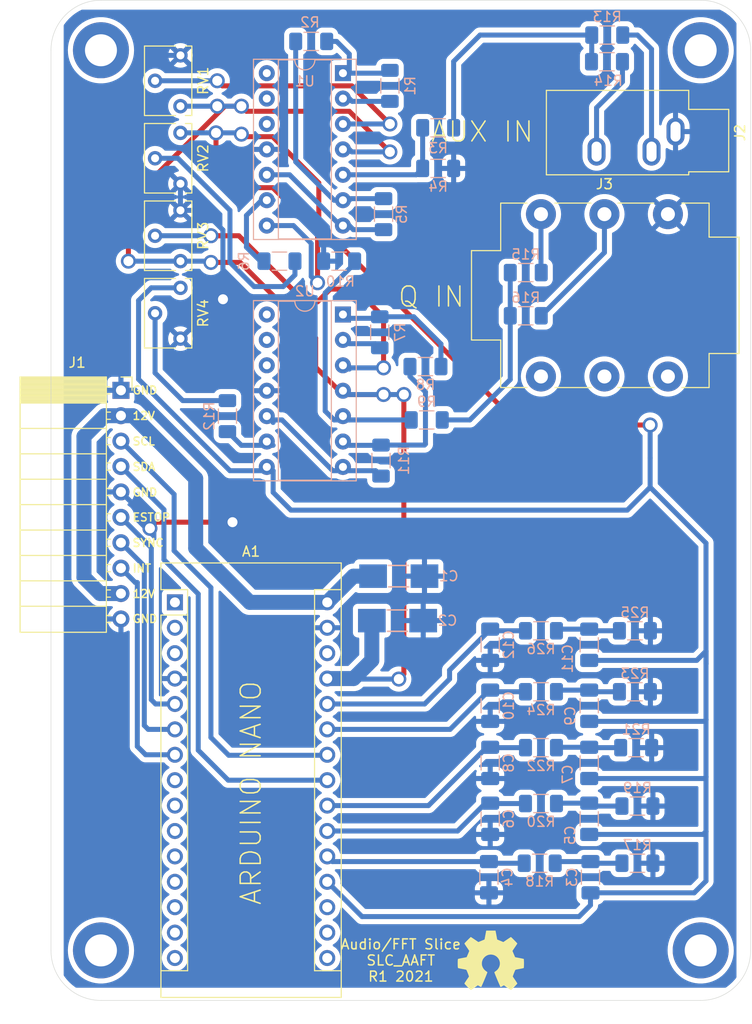
<source format=kicad_pcb>
(kicad_pcb (version 20240108) (generator "pcbnew") (generator_version "8.0")
  (layers (0 "F.Cu" signal) (31 "B.Cu" signal) (34 "B.Paste" user) (35 "F.Paste" user) (36 "B.SilkS" user "B.Silkscreen") (37 "F.SilkS" user "F.Silkscreen") (38 "B.Mask" user) (39 "F.Mask" user) (44 "Edge.Cuts" user))
  (net 0 "")
  (net 1 "Net-(A1-Pad16)")
  (net 2 "Net-(A1-Pad15)")
  (net 3 "GND")
  (net 4 "Net-(A1-Pad13)")
  (net 5 "Net-(A1-Pad28)")
  (net 6 "Net-(A1-Pad12)")
  (net 7 "+5V")
  (net 8 "Net-(A1-Pad11)")
  (net 9 "Net-(A1-Pad10)")
  (net 10 "Net-(A1-Pad9)")
  (net 11 "/I2C_CLK")
  (net 12 "Net-(A1-Pad8)")
  (net 13 "/I2C_DAT")
  (net 14 "/SYNC")
  (net 15 "/E_STOP")
  (net 16 "Net-(A1-Pad3)")
  (net 17 "Net-(A1-Pad18)")
  (net 18 "Net-(A1-Pad2)")
  (net 19 "Net-(A1-Pad17)")
  (net 20 "Net-(A1-Pad1)")
  (net 21 "+12V")
  (net 22 "/INT")
  (net 23 "/LOW")
  (net 24 "/LOW_MID")
  (net 25 "/MID")
  (net 26 "/HIGH_MID")
  (net 27 "/HIGH")
  (net 28 "/SIG_SEL")
  (net 29 "Net-(C3-Pad1)")
  (net 30 "Net-(C5-Pad1)")
  (net 31 "Net-(C7-Pad1)")
  (net 32 "Net-(C9-Pad1)")
  (net 33 "Net-(C11-Pad1)")
  (net 34 "Net-(J2-PadT)")
  (net 35 "Net-(J2-PadR)")
  (net 36 "Net-(J3-PadT)")
  (net 37 "Net-(J3-PadR)")
  (net 38 "Net-(R1-Pad2)")
  (net 39 "Net-(R1-Pad1)")
  (net 40 "Net-(R2-Pad1)")
  (net 41 "Net-(R3-Pad2)")
  (net 42 "/AUX_IN")
  (net 43 "Net-(R5-Pad1)")
  (net 44 "Net-(R6-Pad2)")
  (net 45 "Net-(R6-Pad1)")
  (net 46 "Net-(R7-Pad2)")
  (net 47 "Net-(R7-Pad1)")
  (net 48 "Net-(R11-Pad2)")
  (net 49 "Net-(R10-Pad1)")
  (net 50 "/Q_IN")
  (net 51 "Net-(R11-Pad1)")
  (net 52 "Net-(R12-Pad2)")
  (net 53 "Net-(R12-Pad1)")
  (net 54 "Net-(RV1-Pad2)")
  (net 55 "/AUX_SW")
  (net 56 "Net-(RV3-Pad2)")
  (footprint "MountingHole:MountingHole_3.2mm_M3_DIN965_Pad" (layer "F.Cu") (at 127.6 44.8)
    (property "Reference" "H1" (hide yes))
    (property "Value" "MountingHole")
  )
  (footprint "MountingHole:MountingHole_3.2mm_M3_DIN965_Pad" (layer "F.Cu") (at 187.6 44.8)
    (property "Reference" "H2" (hide yes))
    (property "Value" "MountingHole")
  )
  (footprint "MountingHole:MountingHole_3.2mm_M3_DIN965_Pad" (layer "F.Cu") (at 127.6 134.8)
    (property "Reference" "H3" (hide yes))
    (property "Value" "MountingHole")
  )
  (footprint "MountingHole:MountingHole_3.2mm_M3_DIN965_Pad" (layer "F.Cu") (at 187.6 134.8)
    (property "Reference" "H4" (hide yes))
    (property "Value" "MountingHole")
  )
  (footprint "Module:Arduino_Nano" (layer "F.Cu") (at 135 100)
    (property "Reference" "A1")
    (property "Value" "Arduino_Nano_v3.x")
  )
  (footprint "Connector_PinSocket_2.54mm:PinSocket_1x10_P2.54mm_Horizontal" (layer "F.Cu") (at 129.6 78.8)
    (property "Reference" "J1")
    (property "Value" "Conn_01x10_Female")
  )
  (footprint "Symbol:OSHW-Symbol_6.7x6mm_SilkScreen" (layer "F.Cu") (at 166.6 135.8)
    (property "Reference" "Logo1" (hide yes))
    (property "Value" "Logo_Open_Hardware_Small" (hide yes))
  )
  (footprint "Connector_Audio:Jack_6.35mm_Neutrik_NMJ6HCD2_Horizontal" (layer "F.Cu") (at 171.622 61.187)
    (property "Reference" "J3")
    (property "Value" "Q_Inch")
  )
  (footprint "Potentiometer_THT:Potentiometer_Bourns_3266W_Vertical" (layer "F.Cu") (at 135.554 50.392 -90)
    (property "Reference" "RV1")
    (property "Value" "10k")
  )
  (footprint "Potentiometer_THT:Potentiometer_Bourns_3266W_Vertical" (layer "F.Cu") (at 135.554 58.139 -90)
    (property "Reference" "RV2")
    (property "Value" "10k")
  )
  (footprint "Potentiometer_THT:Potentiometer_Bourns_3266W_Vertical" (layer "F.Cu") (at 135.554 65.886 -90)
    (property "Reference" "RV3")
    (property "Value" "10k")
  )
  (footprint "Potentiometer_THT:Potentiometer_Bourns_3266W_Vertical" (layer "F.Cu") (at 135.554 73.633 -90)
    (property "Reference" "RV4")
    (property "Value" "10k")
  )
  (footprint "Connector_Audio:Jack_3.5mm_CUI_SJ1-3533NG_Horizontal" (layer "F.Cu") (at 185.084 52.932 -90)
    (property "Reference" "J2")
    (property "Value" "Aux")
  )
  (footprint "OCI_UPL_FOOTPRINTS:C_2312" (layer "B.Cu") (at 157.271 101.827)
    (property "Reference" "C2")
    (property "Value" "10uF_t")
  )
  (footprint "OCI_UPL_FOOTPRINTS:C_2312" (layer "B.Cu") (at 157.398 97.382)
    (property "Reference" "C1")
    (property "Value" "10uF_t")
  )
  (footprint "Capacitor_SMD:C_1206_3216Metric_Pad1.33x1.80mm_HandSolder" (layer "B.Cu") (at 176.575 127.481 -90)
    (property "Reference" "C3")
    (property "Value" "10 uF")
  )
  (footprint "Capacitor_SMD:C_1206_3216Metric_Pad1.33x1.80mm_HandSolder" (layer "B.Cu") (at 166.415 127.481 90)
    (property "Reference" "C4")
    (property "Value" "0.1 uF")
  )
  (footprint "Capacitor_SMD:C_1206_3216Metric_Pad1.33x1.80mm_HandSolder" (layer "B.Cu") (at 176.448 121.639 -90)
    (property "Reference" "C5")
    (property "Value" "0.1 uF")
  )
  (footprint "Capacitor_SMD:C_1206_3216Metric_Pad1.33x1.80mm_HandSolder" (layer "B.Cu") (at 166.542 121.639 90)
    (property "Reference" "C6")
    (property "Value" "0.1 uF")
  )
  (footprint "Capacitor_SMD:C_1206_3216Metric_Pad1.33x1.80mm_HandSolder" (layer "B.Cu") (at 176.448 116.051 -90)
    (property "Reference" "C7")
    (property "Value" "0.1 uF")
  )
  (footprint "Capacitor_SMD:C_1206_3216Metric_Pad1.33x1.80mm_HandSolder" (layer "B.Cu") (at 166.542 116.051 90)
    (property "Reference" "C8")
    (property "Value" "0.1 uF")
  )
  (footprint "Capacitor_SMD:C_1206_3216Metric_Pad1.33x1.80mm_HandSolder" (layer "B.Cu") (at 176.448 110.336 -90)
    (property "Reference" "C9")
    (property "Value" "0.1 uF")
  )
  (footprint "Capacitor_SMD:C_1206_3216Metric_Pad1.33x1.80mm_HandSolder" (layer "B.Cu") (at 166.542 110.336 90)
    (property "Reference" "C10")
    (property "Value" "0.1 uF")
  )
  (footprint "Capacitor_SMD:C_1206_3216Metric_Pad1.33x1.80mm_HandSolder" (layer "B.Cu") (at 176.448 104.24 -90)
    (property "Reference" "C11")
    (property "Value" "0.1 uF")
  )
  (footprint "Capacitor_SMD:C_1206_3216Metric_Pad1.33x1.80mm_HandSolder" (layer "B.Cu") (at 166.542 104.24 90)
    (property "Reference" "C12")
    (property "Value" "0.1 uF")
  )
  (footprint "Resistor_SMD:R_1206_3216Metric_Pad1.30x1.75mm_HandSolder" (layer "B.Cu") (at 156.509 48.36 -90)
    (property "Reference" "R1")
    (property "Value" "1k")
  )
  (footprint "Resistor_SMD:R_1206_3216Metric_Pad1.30x1.75mm_HandSolder" (layer "B.Cu") (at 148.635 43.915)
    (property "Reference" "R2")
    (property "Value" "1k")
  )
  (footprint "Resistor_SMD:R_1206_3216Metric_Pad1.30x1.75mm_HandSolder" (layer "B.Cu") (at 161.335 52.551 180)
    (property "Reference" "R3")
    (property "Value" "1k")
  )
  (footprint "Resistor_SMD:R_1206_3216Metric_Pad1.30x1.75mm_HandSolder" (layer "B.Cu") (at 161.335 56.615)
    (property "Reference" "R4")
    (property "Value" "1k")
  )
  (footprint "Resistor_SMD:R_1206_3216Metric_Pad1.30x1.75mm_HandSolder" (layer "B.Cu") (at 155.874 61.187 90)
    (property "Reference" "R5")
    (property "Value" "1k")
  )
  (footprint "Resistor_SMD:R_1206_3216Metric_Pad1.30x1.75mm_HandSolder" (layer "B.Cu") (at 145.46 65.886 180)
    (property "Reference" "R6")
    (property "Value" "1k")
  )
  (footprint "Resistor_SMD:R_1206_3216Metric_Pad1.30x1.75mm_HandSolder" (layer "B.Cu") (at 155.493 72.998 -90)
    (property "Reference" "R7")
    (property "Value" "1k")
  )
  (footprint "Resistor_SMD:R_1206_3216Metric_Pad1.30x1.75mm_HandSolder" (layer "B.Cu") (at 160.065 76.427)
    (property "Reference" "R8")
    (property "Value" "1k")
  )
  (footprint "Resistor_SMD:R_1206_3216Metric_Pad1.30x1.75mm_HandSolder" (layer "B.Cu") (at 160.192 81.761 180)
    (property "Reference" "R9")
    (property "Value" "1k")
  )
  (footprint "Resistor_SMD:R_1206_3216Metric_Pad1.30x1.75mm_HandSolder" (layer "B.Cu") (at 151.429 65.886 180)
    (property "Reference" "R10")
    (property "Value" "1k")
  )
  (footprint "Resistor_SMD:R_1206_3216Metric_Pad1.30x1.75mm_HandSolder" (layer "B.Cu") (at 155.62 85.825 90)
    (property "Reference" "R11")
    (property "Value" "1k")
  )
  (footprint "Resistor_SMD:R_1206_3216Metric_Pad1.30x1.75mm_HandSolder" (layer "B.Cu") (at 140.253 81.38 -90)
    (property "Reference" "R12")
    (property "Value" "1k")
  )
  (footprint "Resistor_SMD:R_1206_3216Metric_Pad1.30x1.75mm_HandSolder" (layer "B.Cu") (at 178.252 43.28 180)
    (property "Reference" "R13")
    (property "Value" "500")
  )
  (footprint "Resistor_SMD:R_1206_3216Metric_Pad1.30x1.75mm_HandSolder" (layer "B.Cu") (at 178.226 45.947 180)
    (property "Reference" "R14")
    (property "Value" "500")
  )
  (footprint "Resistor_SMD:R_1206_3216Metric_Pad1.30x1.75mm_HandSolder" (layer "B.Cu") (at 170.098 67.029 180)
    (property "Reference" "R15")
    (property "Value" "500")
  )
  (footprint "Resistor_SMD:R_1206_3216Metric_Pad1.30x1.75mm_HandSolder" (layer "B.Cu") (at 170.098 71.347 180)
    (property "Reference" "R16")
    (property "Value" "500")
  )
  (footprint "Resistor_SMD:R_1206_3216Metric_Pad1.30x1.75mm_HandSolder" (layer "B.Cu") (at 181.274 126.084 180)
    (property "Reference" "R17")
    (property "Value" "400")
  )
  (footprint "Resistor_SMD:R_1206_3216Metric_Pad1.30x1.75mm_HandSolder" (layer "B.Cu") (at 171.495 126.084)
    (property "Reference" "R18")
    (property "Value" "1.8 k")
  )
  (footprint "Resistor_SMD:R_1206_3216Metric_Pad1.30x1.75mm_HandSolder" (layer "B.Cu") (at 181.274 120.369 180)
    (property "Reference" "R19")
    (property "Value" "1.8 k")
  )
  (footprint "Resistor_SMD:R_1206_3216Metric_Pad1.30x1.75mm_HandSolder" (layer "B.Cu") (at 171.622 120.115)
    (property "Reference" "R20")
    (property "Value" "900")
  )
  (footprint "Resistor_SMD:R_1206_3216Metric_Pad1.30x1.75mm_HandSolder" (layer "B.Cu") (at 181.147 114.527 180)
    (property "Reference" "R21")
    (property "Value" "900")
  )
  (footprint "Resistor_SMD:R_1206_3216Metric_Pad1.30x1.75mm_HandSolder" (layer "B.Cu") (at 171.622 114.527)
    (property "Reference" "R22")
    (property "Value" "600")
  )
  (footprint "Resistor_SMD:R_1206_3216Metric_Pad1.30x1.75mm_HandSolder" (layer "B.Cu") (at 181.02 108.939 180)
    (property "Reference" "R23")
    (property "Value" "600")
  )
  (footprint "Resistor_SMD:R_1206_3216Metric_Pad1.30x1.75mm_HandSolder" (layer "B.Cu") (at 171.622 108.939)
    (property "Reference" "R24")
    (property "Value" "450")
  )
  (footprint "Resistor_SMD:R_1206_3216Metric_Pad1.30x1.75mm_HandSolder" (layer "B.Cu") (at 181.02 102.843 180)
    (property "Reference" "R25")
    (property "Value" "450")
  )
  (footprint "Resistor_SMD:R_1206_3216Metric_Pad1.30x1.75mm_HandSolder" (layer "B.Cu") (at 171.622 102.843)
    (property "Reference" "R26")
    (property "Value" "360")
  )
  (footprint "Package_DIP:DIP-14_W7.62mm_Socket" (layer "B.Cu") (at 151.81 47.09 180)
    (property "Reference" "U1")
    (property "Value" "MCP6004")
  )
  (footprint "Package_DIP:DIP-14_W7.62mm_Socket" (layer "B.Cu") (at 151.81 71.22 180)
    (property "Reference" "U2")
    (property "Value" "MCP6004")
  )
  (gr_line (start 192.6 44.8) (end 192.6 134.8) (stroke (width 0.05)) (layer "Edge.Cuts"))
  (gr_arc (start 122.6 44.8) (mid 124.064466 41.264466) (end 127.6 39.8) (stroke (width 0.05)) (layer "Edge.Cuts"))
  (gr_arc (start 127.6 139.8) (mid 124.064466 138.335534) (end 122.6 134.8) (stroke (width 0.05)) (layer "Edge.Cuts"))
  (gr_arc (start 187.6 39.8) (mid 191.135534 41.264466) (end 192.6 44.8) (stroke (width 0.05)) (layer "Edge.Cuts"))
  (gr_line (start 127.6 39.8) (end 187.6 39.8) (stroke (width 0.05)) (layer "Edge.Cuts"))
  (gr_arc (start 192.6 134.8) (mid 191.135534 138.335534) (end 187.6 139.8) (stroke (width 0.05)) (layer "Edge.Cuts"))
  (gr_line (start 127.6 139.8) (end 187.6 139.8) (stroke (width 0.05)) (layer "Edge.Cuts"))
  (gr_line (start 122.6 134.8) (end 122.6 44.8) (stroke (width 0.05)) (layer "Edge.Cuts"))
  (gr_text "SCL" (at 131.885715 83.9 0) (layer "F.SilkS") (effects (font (size 0.8 0.8))))
  (gr_text "Audio/FFT Slice\nSLC_AAFT\nR1 2021" (at 157.599999 135.8 0) (layer "F.SilkS") (effects (font (size 1 1))))
  (gr_text "GND" (at 132 89 0) (layer "F.SilkS") (effects (font (size 0.8 0.8))))
  (gr_text "ESTOP" (at 132.647619 91.5 0) (layer "F.SilkS") (effects (font (size 0.8 0.8))))
  (gr_text "12V" (at 131.885715 81.35 0) (layer "F.SilkS") (effects (font (size 0.8 0.8))))
  (gr_text "INT" (at 131.695238 96.6 0) (layer "F.SilkS") (effects (font (size 0.8 0.8))))
  (gr_text "SYNC" (at 132.32381 94.05 0) (layer "F.SilkS") (effects (font (size 0.8 0.8))))
  (gr_text "Q IN" (at 160.65 69.45 0) (layer "F.SilkS") (effects (font (size 2 2))))
  (gr_text "GND" (at 132 101.65 0) (layer "F.SilkS") (effects (font (size 0.8 0.8))))
  (gr_text "AUX IN" (at 165.75 52.95 0) (layer "F.SilkS") (effects (font (size 2 2))))
  (gr_text "12V" (at 131.885715 99.15 0) (layer "F.SilkS") (effects (font (size 0.8 0.8))))
  (gr_text "ARDUINO NANO" (at 142.61 119.05 90) (layer "F.SilkS") (effects (font (size 2 2))))
  (gr_text "SDA" (at 131.904762 86.45 0) (layer "F.SilkS") (effects (font (size 0.8 0.8))))
  (gr_text "GND" (at 132 78.8 0) (layer "F.SilkS") (effects (font (size 0.8 0.8))))
  (segment (start 133.1155 91.9845) (end 140.761 91.9845) (width 0.5) (layer "F.Cu") (net 3))
  (segment (start 132.5 92.6) (end 133.1155 91.9845) (width 0.5) (layer "F.Cu") (net 3))
  (via (at 132.5 92.6) (size 1.5) (drill 1) (layers "F.Cu" "B.Cu") (net 3))
  (via (at 139.8085 69.696) (size 1.5) (drill 1) (layers "F.Cu" "B.Cu") (net 3))
  (via (at 140.761 91.9845) (size 1.5) (drill 1) (layers "F.Cu" "B.Cu") (net 3))
  (segment (start 130.95 78.8) (end 140.761 88.611) (width 0.5) (layer "B.Cu") (net 3))
  (segment (start 137.838002 60.806) (end 139.802001 62.769999) (width 0.5) (layer "B.Cu") (net 3))
  (segment (start 135.554 60.806) (end 137.838002 60.806) (width 0.5) (layer "B.Cu") (net 3))
  (segment (start 139.802001 69.689501) (end 139.8085 69.696) (width 0.5) (layer "B.Cu") (net 3))
  (segment (start 132.379 45.312) (end 135.554 45.312) (width 0.5) (layer "B.Cu") (net 3))
  (segment (start 130.728 46.963) (end 132.379 45.312) (width 0.5) (layer "B.Cu") (net 3))
  (segment (start 132.5 91.86) (end 129.6 88.96) (width 0.5) (layer "B.Cu") (net 3))
  (segment (start 135.554 60.806) (end 135.554 58.139) (width 0.5) (layer "B.Cu") (net 3))
  (segment (start 130.728 55.98) (end 130.728 46.963) (width 0.5) (layer "B.Cu") (net 3))
  (segment (start 139.802001 62.769999) (end 139.802001 69.689501) (width 0.5) (layer "B.Cu") (net 3))
  (segment (start 129.6 78.8) (end 130.95 78.8) (width 0.5) (layer "B.Cu") (net 3))
  (segment (start 135.554 60.806) (end 130.728 55.98) (width 0.5) (layer "B.Cu") (net 3))
  (segment (start 140.761 88.611) (end 140.761 91.9845) (width 0.5) (layer "B.Cu") (net 3))
  (segment (start 132.5 92.6) (end 132.5 91.86) (width 0.5) (layer "B.Cu") (net 3))
  (segment (start 157.906 79.221) (end 157.906 107.161) (width 0.5) (layer "F.Cu") (net 7))
  (segment (start 141.523 66.013) (end 149.0795 73.5695) (width 0.5) (layer "F.Cu") (net 7))
  (segment (start 141.65 50.392) (end 142.158 50.9) (width 0.5) (layer "F.Cu") (net 7))
  (segment (start 142.158 50.9) (end 152.445 50.9) (width 0.5) (layer "F.Cu") (net 7))
  (segment (start 149.0795 73.5695) (end 149.0795 76.4905) (width 0.5) (layer "F.Cu") (net 7))
  (segment (start 139.237 50.392) (end 141.65 50.392) (width 0.5) (layer "F.Cu") (net 7))
  (segment (start 152.445 50.9) (end 152.7625 51.2175) (width 0.5) (layer "F.Cu") (net 7))
  (segment (start 157.906 107.161) (end 157.398 107.669) (width 0.5) (layer "F.Cu") (net 7))
  (segment (start 149.0795 76.4905) (end 151.81 79.221) (width 0.5) (layer "F.Cu") (net 7))
  (segment (start 140.000998 50.392) (end 130.347 60.045998) (width 0.5) (layer "F.Cu") (net 7))
  (segment (start 152.7625 51.2175) (end 156.509 54.964) (width 0.5) (layer "F.Cu") (net 7))
  (segment (start 141.65 50.392) (end 140.000998 50.392) (width 0.5) (layer "F.Cu") (net 7))
  (segment (start 151.81 79.221) (end 155.874 79.221) (width 0.5) (layer "F.Cu") (net 7))
  (segment (start 130.347 60.045998) (end 130.347 65.886) (width 0.5) (layer "F.Cu") (net 7))
  (segment (start 138.602 66.013) (end 141.523 66.013) (width 0.5) (layer "F.Cu") (net 7))
  (via (at 130.347 65.886) (size 1.5) (drill 1) (layers "F.Cu" "B.Cu") (net 7))
  (via (at 141.65 50.392) (size 1.5) (drill 1) (layers "F.Cu" "B.Cu") (net 7))
  (via (at 138.602 66.013) (size 1.5) (drill 1) (layers "F.Cu" "B.Cu") (net 7))
  (via (at 155.874 79.221) (size 1.5) (drill 1) (layers "F.Cu" "B.Cu") (net 7))
  (via (at 157.906 79.221) (size 1.5) (drill 1) (layers "F.Cu" "B.Cu") (net 7))
  (via (at 139.237 50.392) (size 1.5) (drill 1) (layers "F.Cu" "B.Cu") (net 7))
  (via (at 157.398 107.669) (size 1.5) (drill 1) (layers "F.Cu" "B.Cu") (net 7))
  (via (at 156.509 54.964) (size 1.5) (drill 1) (layers "F.Cu" "B.Cu") (net 7))
  (segment (start 155.874 79.221) (end 152.445 79.221) (width 0.5) (layer "B.Cu") (net 7))
  (segment (start 157.398 107.669) (end 152.924 107.669) (width 0.5) (layer "B.Cu") (net 7))
  (segment (start 152.699 54.964) (end 152.445 54.71) (width 0.5) (layer "B.Cu") (net 7))
  (segment (start 139.237 50.392) (end 141.65 50.392) (width 0.5) (layer "B.Cu") (net 7))
  (segment (start 135.554 65.886) (end 138.475 65.886) (width 0.5) (layer "B.Cu") (net 7))
  (segment (start 152.924 107.669) (end 152.875 107.62) (width 0.5) (layer "B.Cu") (net 7))
  (segment (start 155.874 79.221) (end 157.906 79.221) (width 0.5) (layer "B.Cu") (net 7))
  (segment (start 138.475 65.886) (end 138.602 66.013) (width 0.5) (layer "B.Cu") (net 7))
  (segment (start 154.701 101.827) (end 154.701 105.794) (width 1.5) (layer "B.Cu") (net 7))
  (segment (start 130.347 65.886) (end 135.554 65.886) (width 0.5) (layer "B.Cu") (net 7))
  (segment (start 154.701 105.794) (end 152.875 107.62) (width 1.5) (layer "B.Cu") (net 7))
  (segment (start 152.875 107.62) (end 150.24 107.62) (width 1.5) (layer "B.Cu") (net 7))
  (segment (start 135.554 50.392) (end 139.237 50.392) (width 0.5) (layer "B.Cu") (net 7))
  (segment (start 156.509 54.964) (end 152.699 54.964) (width 0.5) (layer "B.Cu") (net 7))
  (segment (start 138.602 113.511) (end 140.38 115.289) (width 0.5) (layer "B.Cu") (net 11))
  (segment (start 129.6 83.88) (end 134.919 89.199) (width 0.5) (layer "B.Cu") (net 11))
  (segment (start 140.38 115.289) (end 150.191 115.289) (width 0.5) (layer "B.Cu") (net 11))
  (segment (start 138.602 98.525) (end 138.602 113.511) (width 0.5) (layer "B.Cu") (net 11))
  (segment (start 150.191 115.289) (end 150.24 115.24) (width 0.5) (layer "B.Cu") (net 11))
  (segment (start 134.919 89.199) (end 134.919 94.842) (width 0.5) (layer "B.Cu") (net 11))
  (segment (start 134.919 94.842) (end 138.602 98.525) (width 0.5) (layer "B.Cu") (net 11))
  (segment (start 137.332 99.16) (end 137.332 114.781) (width 0.5) (layer "B.Cu") (net 13))
  (segment (start 133.903 95.731) (end 137.332 99.16) (width 0.5) (layer "B.Cu") (net 13))
  (segment (start 129.6 86.42) (end 133.903 90.723) (width 0.5) (layer "B.Cu") (net 13))
  (segment (start 137.332 114.781) (end 140.331 117.78) (width 0.5) (layer "B.Cu") (net 13))
  (segment (start 133.903 90.723) (end 133.903 95.731) (width 0.5) (layer "B.Cu") (net 13))
  (segment (start 140.331 117.78) (end 150.24 117.78) (width 0.5) (layer "B.Cu") (net 13))
  (segment (start 132.076 115.24) (end 131.236 114.4) (width 0.5) (layer "B.Cu") (net 14))
  (segment (start 135 115.24) (end 132.076 115.24) (width 0.5) (layer "B.Cu") (net 14))
  (segment (start 131.236 98.017) (end 131.037 98.017) (width 0.5) (layer "B.Cu") (net 14))
  (segment (start 131.236 114.4) (end 131.236 98.017) (width 0.5) (layer "B.Cu") (net 14))
  (segment (start 131.037 98.017) (end 129.6 96.58) (width 0.5) (layer "B.Cu") (net 14))
  (segment (start 132.63602 109.73302) (end 132.63602 94.53602) (width 0.5) (layer "B.Cu") (net 15))
  (segment (start 135 110.16) (end 133.063 110.16) (width 0.5) (layer "B.Cu") (net 15))
  (segment (start 133.063 110.16) (end 132.63602 109.73302) (width 0.5) (layer "B.Cu") (net 15))
  (segment (start 132.63602 94.53602) (end 129.6 91.5) (width 0.5) (layer "B.Cu") (net 15))
  (segment (start 125.902 97.509) (end 125.902 83.412) (width 1.5) (layer "B.Cu") (net 21))
  (segment (start 129.6 81.34) (end 130.802081 81.34) (width 1.5) (layer "B.Cu") (net 21))
  (segment (start 154.828 97.382) (end 152.858 97.382) (width 1.5) (layer "B.Cu") (net 21))
  (segment (start 137.078 94.588) (end 142.49 100) (width 1.5) (layer "B.Cu") (net 21))
  (segment (start 125.902 83.412) (end 127.974 81.34) (width 1.5) (layer "B.Cu") (net 21))
  (segment (start 142.49 100) (end 150.24 100) (width 1.5) (layer "B.Cu") (net 21))
  (segment (start 127.974 81.34) (end 129.6 81.34) (width 1.5) (layer "B.Cu") (net 21))
  (segment (start 127.513 99.12) (end 125.902 97.509) (width 1.5) (layer "B.Cu") (net 21))
  (segment (start 129.6 99.12) (end 127.513 99.12) (width 1.5) (layer "B.Cu") (net 21))
  (segment (start 137.078 87.615919) (end 137.078 94.588) (width 1.5) (layer "B.Cu") (net 21))
  (segment (start 152.858 97.382) (end 150.24 100) (width 1.5) (layer "B.Cu") (net 21))
  (segment (start 130.802081 81.34) (end 137.078 87.615919) (width 1.5) (layer "B.Cu") (net 21))
  (segment (start 132.33 112.7) (end 131.93601 112.30601) (width 0.5) (layer "B.Cu") (net 22))
  (segment (start 131.93601 112.30601) (end 131.93601 96.37601) (width 0.5) (layer "B.Cu") (net 22))
  (segment (start 131.93601 96.37601) (end 129.6 94.04) (width 0.5) (layer "B.Cu") (net 22))
  (segment (start 135 112.7) (end 132.33 112.7) (width 0.5) (layer "B.Cu") (net 22))
  (segment (start 166.415 125.9185) (end 150.7585 125.9185) (width 0.5) (layer "B.Cu") (net 23))
  (segment (start 150.7585 125.9185) (end 150.24 125.4) (width 0.5) (layer "B.Cu") (net 23))
  (segment (start 169.945 126.084) (end 166.5805 126.084) (width 0.5) (layer "B.Cu") (net 23))
  (segment (start 166.5805 126.084) (end 166.415 125.9185) (width 0.5) (layer "B.Cu") (net 23))
  (segment (start 166.542 120.0765) (end 166.0725 120.0765) (width 0.5) (layer "B.Cu") (net 24))
  (segment (start 166.5805 120.115) (end 166.542 120.0765) (width 0.5) (layer "B.Cu") (net 24))
  (segment (start 166.0725 120.0765) (end 163.289 122.86) (width 0.5) (layer "B.Cu") (net 24))
  (segment (start 170.072 120.115) (end 166.5805 120.115) (width 0.5) (layer "B.Cu") (net 24))
  (segment (start 163.289 122.86) (end 150.24 122.86) (width 0.5) (layer "B.Cu") (net 24))
  (segment (start 166.5805 114.527) (end 166.542 114.4885) (width 0.5) (layer "B.Cu") (net 25))
  (segment (start 160.368 120.32) (end 150.24 120.32) (width 0.5) (layer "B.Cu") (net 25))
  (segment (start 166.542 114.4885) (end 166.1995 114.4885) (width 0.5) (layer "B.Cu") (net 25))
  (segment (start 170.072 114.527) (end 166.5805 114.527) (width 0.5) (layer "B.Cu") (net 25))
  (segment (start 166.1995 114.4885) (end 160.368 120.32) (width 0.5) (layer "B.Cu") (net 25))
  (segment (start 162.527 112.7) (end 150.24 112.7) (width 0.5) (layer "B.Cu") (net 26))
  (segment (start 166.542 108.7735) (end 166.4535 108.7735) (width 0.5) (layer "B.Cu") (net 26))
  (segment (start 170.072 108.939) (end 166.7075 108.939) (width 0.5) (layer "B.Cu") (net 26))
  (segment (start 166.7075 108.939) (end 166.542 108.7735) (width 0.5) (layer "B.Cu") (net 26))
  (segment (start 166.4535 108.7735) (end 162.527 112.7) (width 0.5) (layer "B.Cu") (net 26))
  (segment (start 166.7075 102.843) (end 166.542 102.6775) (width 0.5) (layer "B.Cu") (net 27))
  (segment (start 166.542 102.716) (end 162.478 106.78) (width 0.5) (layer "B.Cu") (net 27))
  (segment (start 166.542 102.6775) (end 166.542 102.716) (width 0.5) (layer "B.Cu") (net 27))
  (segment (start 159.987 110.16) (end 150.24 110.16) (width 0.5) (layer "B.Cu") (net 27))
  (segment (start 170.072 102.843) (end 166.7075 102.843) (width 0.5) (layer "B.Cu") (net 27))
  (segment (start 162.478 107.669) (end 159.987 110.16) (width 0.5) (layer "B.Cu") (net 27))
  (segment (start 162.478 106.78) (end 162.478 107.669) (width 0.5) (layer "B.Cu") (net 27))
  (segment (start 176.7405 126.084) (end 176.575 125.9185) (width 0.5) (layer "B.Cu") (net 29))
  (segment (start 179.724 126.084) (end 176.7405 126.084) (width 0.5) (layer "B.Cu") (net 29))
  (segment (start 173.2105 125.9185) (end 173.045 126.084) (width 0.5) (layer "B.Cu") (net 29))
  (segment (start 176.575 125.9185) (end 173.2105 125.9185) (width 0.5) (layer "B.Cu") (net 29))
  (segment (start 176.7405 120.369) (end 176.448 120.0765) (width 0.5) (layer "B.Cu") (net 30))
  (segment (start 179.724 120.369) (end 176.7405 120.369) (width 0.5) (layer "B.Cu") (net 30))
  (segment (start 176.448 120.0765) (end 173.2105 120.0765) (width 0.5) (layer "B.Cu") (net 30))
  (segment (start 173.2105 120.0765) (end 173.172 120.115) (width 0.5) (layer "B.Cu") (net 30))
  (segment (start 176.448 114.4885) (end 173.2105 114.4885) (width 0.5) (layer "B.Cu") (net 31))
  (segment (start 176.4865 114.527) (end 176.448 114.4885) (width 0.5) (layer "B.Cu") (net 31))
  (segment (start 173.2105 114.4885) (end 173.172 114.527) (width 0.5) (layer "B.Cu") (net 31))
  (segment (start 179.597 114.527) (end 176.4865 114.527) (width 0.5) (layer "B.Cu") (net 31))
  (segment (start 173.3375 108.7735) (end 173.172 108.939) (width 0.5) (layer "B.Cu") (net 32))
  (segment (start 179.47 108.939) (end 176.6135 108.939) (width 0.5) (layer "B.Cu") (net 32))
  (segment (start 176.6135 108.939) (end 176.448 108.7735) (width 0.5) (layer "B.Cu") (net 32))
  (segment (start 176.448 108.7735) (end 173.3375 108.7735) (width 0.5) (layer "B.Cu") (net 32))
  (segment (start 176.448 102.6775) (end 173.3375 102.6775) (width 0.5) (layer "B.Cu") (net 33))
  (segment (start 176.6135 102.843) (end 176.448 102.6775) (width 0.5) (layer "B.Cu") (net 33))
  (segment (start 173.3375 102.6775) (end 173.172 102.843) (width 0.5) (layer "B.Cu") (net 33))
  (segment (start 179.47 102.843) (end 176.6135 102.843) (width 0.5) (layer "B.Cu") (net 33))
  (segment (start 182.684 54.932) (end 182.684 44.69) (width 0.5) (layer "B.Cu") (net 34))
  (segment (start 181.274 43.28) (end 179.802 43.28) (width 0.5) (layer "B.Cu") (net 34))
  (segment (start 182.684 44.69) (end 181.274 43.28) (width 0.5) (layer "B.Cu") (net 34))
  (segment (start 179.776 47.953) (end 179.776 45.947) (width 0.5) (layer "B.Cu") (net 35))
  (segment (start 177.184 50.545) (end 179.776 47.953) (width 0.5) (layer "B.Cu") (net 35))
  (segment (start 177.184 54.932) (end 177.184 50.545) (width 0.5) (layer "B.Cu") (net 35))
  (segment (start 171.622 67.003) (end 171.648 67.029) (width 0.5) (layer "B.Cu") (net 36))
  (segment (start 171.622 61.187) (end 171.622 67.003) (width 0.5) (layer "B.Cu") (net 36))
  (segment (start 177.972 61.187) (end 177.972 65.023) (width 0.5) (layer "B.Cu") (net 37))
  (segment (start 177.972 65.023) (end 171.648 71.347) (width 0.5) (layer "B.Cu") (net 37))
  (segment (start 156.509 49.91) (end 152.725 49.91) (width 0.5) (layer "B.Cu") (net 38))
  (segment (start 152.725 49.91) (end 152.445 49.63) (width 0.5) (layer "B.Cu") (net 38))
  (segment (start 151.175 43.915) (end 152.445 45.185) (width 0.5) (layer "B.Cu") (net 39))
  (segment (start 152.445 45.185) (end 152.445 47.09) (width 0.5) (layer "B.Cu") (net 39))
  (segment (start 150.185 43.915) (end 151.175 43.915) (width 0.5) (layer "B.Cu") (net 39))
  (segment (start 152.445 47.09) (end 156.229 47.09) (width 0.5) (layer "B.Cu") (net 39))
  (segment (start 156.229 47.09) (end 156.509 46.81) (width 0.5) (layer "B.Cu") (net 39))
  (segment (start 147.085 43.915) (end 147.085 55.954) (width 0.5) (layer "B.Cu") (net 40))
  (segment (start 155.874 59.637) (end 152.598 59.637) (width 0.5) (layer "B.Cu") (net 40))
  (segment (start 152.598 59.637) (end 152.445 59.79) (width 0.5) (layer "B.Cu") (net 40))
  (segment (start 150.921 59.79) (end 152.445 59.79) (width 0.5) (layer "B.Cu") (net 40))
  (segment (start 147.085 55.954) (end 150.921 59.79) (width 0.5) (layer "B.Cu") (net 40))
  (segment (start 159.15 57.25) (end 159.785 56.615) (width 0.5) (layer "B.Cu") (net 41))
  (segment (start 159.785 56.615) (end 159.785 52.551) (width 0.5) (layer "B.Cu") (net 41))
  (segment (start 152.445 57.25) (end 159.15 57.25) (width 0.5) (layer "B.Cu") (net 41))
  (segment (start 162.885 45.921) (end 165.526 43.28) (width 0.5) (layer "B.Cu") (net 42))
  (segment (start 176.702 43.28) (end 176.702 44.677) (width 0.5) (layer "B.Cu") (net 42))
  (segment (start 165.526 43.28) (end 176.702 43.28) (width 0.5) (layer "B.Cu") (net 42))
  (segment (start 176.702 44.677) (end 176.702 45.921) (width 0.5) (layer "B.Cu") (net 42))
  (segment (start 162.885 52.551) (end 162.885 45.921) (width 0.5) (layer "B.Cu") (net 42))
  (segment (start 176.702 45.921) (end 176.676 45.947) (width 0.5) (layer "B.Cu") (net 42))
  (segment (start 151.556 62.33) (end 146.476 57.25) (width 0.5) (layer "B.Cu") (net 43))
  (segment (start 155.874 62.737) (end 152.852 62.737) (width 0.5) (layer "B.Cu") (net 43))
  (segment (start 146.476 57.25) (end 144.825 57.25) (width 0.5) (layer "B.Cu") (net 43))
  (segment (start 152.852 62.737) (end 152.445 62.33) (width 0.5) (layer "B.Cu") (net 43))
  (segment (start 152.445 62.33) (end 151.556 62.33) (width 0.5) (layer "B.Cu") (net 43))
  (segment (start 142.158 61.314) (end 143.682 59.79) (width 0.5) (layer "B.Cu") (net 44))
  (segment (start 142.158 64.489) (end 142.158 61.314) (width 0.5) (layer "B.Cu") (net 44))
  (segment (start 143.91 65.886) (end 143.91 65.479) (width 0.5) (layer "B.Cu") (net 44))
  (segment (start 143.555 65.886) (end 142.158 64.489) (width 0.5) (layer "B.Cu") (net 44))
  (segment (start 143.682 59.79) (end 144.825 59.79) (width 0.5) (layer "B.Cu") (net 44))
  (segment (start 143.91 65.886) (end 143.555 65.886) (width 0.5) (layer "B.Cu") (net 44))
  (segment (start 142.92 68.426) (end 145.841 68.426) (width 0.5) (layer "B.Cu") (net 45))
  (segment (start 135.3 55.599) (end 140.507 60.806) (width 0.5) (layer "B.Cu") (net 45))
  (segment (start 145.841 68.426) (end 147.01 67.257) (width 0.5) (layer "B.Cu") (net 45))
  (segment (start 140.507 60.806) (end 140.507 66.013) (width 0.5) (layer "B.Cu") (net 45))
  (segment (start 133.014 55.599) (end 135.3 55.599) (width 0.5) (layer "B.Cu") (net 45))
  (segment (start 140.507 66.013) (end 142.92 68.426) (width 0.5) (layer "B.Cu") (net 45))
  (segment (start 147.01 67.257) (end 147.01 65.886) (width 0.5) (layer "B.Cu") (net 45))
  (segment (start 155.086 74.141) (end 155.493 74.548) (width 0.5) (layer "B.Cu") (net 46))
  (segment (start 152.445 74.141) (end 155.086 74.141) (width 0.5) (layer "B.Cu") (net 46))
  (segment (start 161.615 74.167) (end 161.615 76.427) (width 0.5) (layer "B.Cu") (net 47))
  (segment (start 155.493 71.448) (end 158.896 71.448) (width 0.5) (layer "B.Cu") (net 47))
  (segment (start 155.34 71.601) (end 155.493 71.448) (width 0.5) (layer "B.Cu") (net 47))
  (segment (start 158.896 71.448) (end 161.615 74.167) (width 0.5) (layer "B.Cu") (net 47))
  (segment (start 152.445 71.601) (end 155.34 71.601) (width 0.5) (layer "B.Cu") (net 47))
  (segment (start 155.594 84.301) (end 155.62 84.275) (width 0.5) (layer "B.Cu") (net 48))
  (segment (start 158.515 77.417) (end 160.065 78.967) (width 0.5) (layer "B.Cu") (net 48))
  (segment (start 160.065 78.967) (end 160.065 84.174) (width 0.5) (layer "B.Cu") (net 48))
  (segment (start 159.964 84.275) (end 155.62 84.275) (width 0.5) (layer "B.Cu") (net 48))
  (segment (start 152.445 84.301) (end 155.594 84.301) (width 0.5) (layer "B.Cu") (net 48))
  (segment (start 160.065 84.174) (end 159.964 84.275) (width 0.5) (layer "B.Cu") (net 48))
  (segment (start 158.515 76.427) (end 158.515 77.417) (width 0.5) (layer "B.Cu") (net 48))
  (segment (start 150.921 81.761) (end 152.445 81.761) (width 0.5) (layer "B.Cu") (net 49))
  (segment (start 152.979 66.114) (end 150.032 69.061) (width 0.5) (layer "B.Cu") (net 49))
  (segment (start 152.979 65.886) (end 152.979 66.114) (width 0.5) (layer "B.Cu") (net 49))
  (segment (start 150.032 69.061) (end 150.032 80.872) (width 0.5) (layer "B.Cu") (net 49))
  (segment (start 150.032 80.872) (end 150.921 81.761) (width 0.5) (layer "B.Cu") (net 49))
  (segment (start 158.642 81.761) (end 152.445 81.761) (width 0.5) (layer "B.Cu") (net 49))
  (segment (start 168.548 67.029) (end 168.548 71.347) (width 0.5) (layer "B.Cu") (net 50))
  (segment (start 168.548 77.723) (end 168.548 71.347) (width 0.5) (layer "B.Cu") (net 50))
  (segment (start 161.742 81.761) (end 164.51 81.761) (width 0.5) (layer "B.Cu") (net 50))
  (segment (start 164.51 81.761) (end 168.548 77.723) (width 0.5) (layer "B.Cu") (net 50))
  (segment (start 150.794 86.841) (end 152.445 86.841) (width 0.5) (layer "B.Cu") (net 51))
  (segment (start 145.714 81.761) (end 150.794 86.841) (width 0.5) (layer "B.Cu") (net 51))
  (segment (start 144.825 81.761) (end 144.825 82.015) (width 0.5) (layer "B.Cu") (net 51))
  (segment (start 144.825 81.761) (end 145.714 81.761) (width 0.5) (layer "B.Cu") (net 51))
  (segment (start 155.086 86.841) (end 155.62 87.375) (width 0.5) (layer "B.Cu") (net 51))
  (segment (start 152.445 86.841) (end 155.086 86.841) (width 0.5) (layer "B.Cu") (net 51))
  (segment (start 140.279 82.93) (end 141.65 84.301) (width 0.5) (layer "B.Cu") (net 52))
  (segment (start 141.65 84.301) (end 144.825 84.301) (width 0.5) (layer "B.Cu") (net 52))
  (segment (start 140.253 82.93) (end 140.279 82.93) (width 0.5) (layer "B.Cu") (net 52))
  (segment (start 135.782 79.83) (end 140.253 79.83) (width 0.5) (layer "B.Cu") (net 53))
  (segment (start 133.014 71.093) (end 133.014 77.062) (width 0.5) (layer "B.Cu") (net 53))
  (segment (start 133.014 77.062) (end 135.782 79.83) (width 0.5) (layer "B.Cu") (net 53))
  (segment (start 152.8895 48.5505) (end 156.509 52.17) (width 0.5) (layer "F.Cu") (net 54))
  (segment (start 152.699 48.36) (end 152.8895 48.5505) (width 0.5) (layer "F.Cu") (net 54))
  (segment (start 139.237 47.852) (end 139.745 48.36) (width 0.5) (layer "F.Cu") (net 54))
  (segment (start 139.745 48.36) (end 152.699 48.36) (width 0.5) (layer "F.Cu") (net 54))
  (via (at 139.237 47.852) (size 1.5) (drill 1) (layers "F.Cu" "B.Cu") (net 54))
  (via (at 156.509 52.17) (size 1.5) (drill 1) (layers "F.Cu" "B.Cu") (net 54))
  (segment (start 156.509 52.17) (end 152.445 52.17) (width 0.5) (layer "B.Cu") (net 54))
  (segment (start 133.014 47.852) (end 139.237 47.852) (width 0.5) (layer "B.Cu") (net 54))
  (segment (start 144.790001 58.539999) (end 149.27 63.019998) (width 0.5) (layer "F.Cu") (net 55))
  (segment (start 149.27 63.219) (end 149.27 68.045) (width 0.5) (layer "F.Cu") (net 55))
  (segment (start 149.397 62.203) (end 169.463 82.269) (width 0.5) (layer "F.Cu") (net 55))
  (segment (start 141.65 53.186) (end 141.904 53.44) (width 0.5) (layer "F.Cu") (net 55))
  (segment (start 144.770002 53.44) (end 149.397 58.066998) (width 0.5) (layer "F.Cu") (net 55))
  (segment (start 139.11 54.71) (end 142.939999 58.539999) (width 0.5) (layer "F.Cu") (net 55))
  (segment (start 142.939999 58.539999) (end 144.790001 58.539999) (width 0.5) (layer "F.Cu") (net 55))
  (segment (start 141.904 53.44) (end 144.770002 53.44) (width 0.5) (layer "F.Cu") (net 55))
  (segment (start 149.397 58.066998) (end 149.397 62.203) (width 0.5) (layer "F.Cu") (net 55))
  (segment (start 170.733 82.269) (end 182.544 82.269) (width 0.5) (layer "F.Cu") (net 55))
  (segment (start 169.463 82.269) (end 170.733 82.269) (width 0.5) (layer "F.Cu") (net 55))
  (segment (start 149.27 63.019998) (end 149.27 63.219) (width 0.5) (layer "F.Cu") (net 55))
  (segment (start 139.11 53.059) (end 139.11 54.71) (width 0.5) (layer "F.Cu") (net 55))
  (via (at 141.65 53.186) (size 1.5) (drill 1) (layers "F.Cu" "B.Cu") (net 55))
  (via (at 182.544 82.269) (size 1.5) (drill 1) (layers "F.Cu" "B.Cu") (net 55))
  (via (at 139.11 53.059) (size 1.5) (drill 1) (layers "F.Cu" "B.Cu") (net 55))
  (via (at 149.27 68.045) (size 1.5) (drill 1) (layers "F.Cu" "B.Cu") (net 55))
  (segment (start 176.448 111.8985) (end 187.9665 111.8985) (width 0.5) (layer "B.Cu") (net 55))
  (segment (start 176.575 129.0435) (end 176.575 130.275) (width 0.5) (layer "B.Cu") (net 55))
  (segment (start 139.11 53.059) (end 141.523 53.059) (width 0.5) (layer "B.Cu") (net 55))
  (segment (start 141.523 53.059) (end 141.65 53.186) (width 0.5) (layer "B.Cu") (net 55))
  (segment (start 187.9665 117.6135) (end 188.132 117.448) (width 0.5) (layer "B.Cu") (net 55))
  (segment (start 187.8395 123.2015) (end 188.132 122.909) (width 0.5) (layer "B.Cu") (net 55))
  (segment (start 186.9505 129.0435) (end 176.575 129.0435) (width 0.5) (layer "B.Cu") (net 55))
  (segment (start 146.603 90.778) (end 180.258 90.778) (width 0.5) (layer "B.Cu") (net 55))
  (segment (start 148.635 67.41) (end 148.635 64.108) (width 0.5) (layer "B.Cu") (net 55))
  (segment (start 144.825 86.841) (end 144.825 89) (width 0.5) (layer "B.Cu") (net 55))
  (segment (start 188.132 122.909) (end 188.132 127.862) (width 0.5) (layer "B.Cu") (net 55))
  (segment (start 176.448 117.6135) (end 187.9665 117.6135) (width 0.5) (layer "B.Cu") (net 55))
  (segment (start 135.554 53.059) (end 139.11 53.059) (width 0.5) (layer "B.Cu") (net 55))
  (segment (start 140.507 86.841) (end 144.825 86.841) (width 0.5) (layer "B.Cu") (net 55))
  (segment (start 187.9665 111.8985) (end 188.132 111.733) (width 0.5) (layer "B.Cu") (net 55))
  (segment (start 188.132 106.145) (end 188.132 111.733) (width 0.5) (layer "B.Cu") (net 55))
  (segment (start 135.554 68.553) (end 132.633 68.553) (width 0.5) (layer "B.Cu") (net 55))
  (segment (start 144.825 89) (end 146.603 90.778) (width 0.5) (layer "B.Cu") (net 55))
  (segment (start 188.132 127.862) (end 186.9505 129.0435) (width 0.5) (layer "B.Cu") (net 55))
  (segment (start 176.448 105.8025) (end 187.2045 105.8025) (width 0.5) (layer "B.Cu") (net 55))
  (segment (start 175.432 131.418) (end 153.718 131.418) (width 0.5) (layer "B.Cu") (net 55))
  (segment (start 131.363 77.697) (end 140.507 86.841) (width 0.5) (layer "B.Cu") (net 55))
  (segment (start 187.2045 105.8025) (end 188.132 104.875) (width 0.5) (layer "B.Cu") (net 55))
  (segment (start 149.27 68.045) (end 148.635 67.41) (width 0.5) (layer "B.Cu") (net 55))
  (segment (start 131.363 69.823) (end 131.363 77.697) (width 0.5) (layer "B.Cu") (net 55))
  (segment (start 188.132 94.08) (end 188.132 106.145) (width 0.5) (layer "B.Cu") (net 55))
  (segment (start 176.575 130.275) (end 175.432 131.418) (width 0.5) (layer "B.Cu") (net 55))
  (segment (start 182.544 88.492) (end 188.132 94.08) (width 0.5) (layer "B.Cu") (net 55))
  (segment (start 182.544 85.571) (end 182.544 88.492) (width 0.5) (layer "B.Cu") (net 55))
  (segment (start 182.544 82.269) (end 182.544 85.571) (width 0.5) (layer "B.Cu") (net 55))
  (segment (start 188.132 111.733) (end 188.132 117.448) (width 0.5) (layer "B.Cu") (net 55))
  (segment (start 182.544 88.492) (end 180.258 90.778) (width 0.5) (layer "B.Cu") (net 55))
  (segment (start 148.635 64.108) (end 146.857 62.33) (width 0.5) (layer "B.Cu") (net 55))
  (segment (start 188.132 104.875) (end 188.132 106.145) (width 0.5) (layer "B.Cu") (net 55))
  (segment (start 146.857 62.33) (end 144.825 62.33) (width 0.5) (layer "B.Cu") (net 55))
  (segment (start 176.448 123.2015) (end 187.8395 123.2015) (width 0.5) (layer "B.Cu") (net 55))
  (segment (start 188.132 117.448) (end 188.132 122.909) (width 0.5) (layer "B.Cu") (net 55))
  (segment (start 132.633 68.553) (end 131.363 69.823) (width 0.5) (layer "B.Cu") (net 55))
  (segment (start 153.718 131.418) (end 150.24 127.94) (width 0.5) (layer "B.Cu") (net 55))
  (segment (start 153.08 68.68) (end 150.54 68.68) (width 0.5) (layer "F.Cu") (net 56))
  (segment (start 138.602 63.346) (end 141.396 63.346) (width 0.5) (layer "F.Cu") (net 56))
  (segment (start 149.27 69.95) (end 148 69.95) (width 0.5) (layer "F.Cu") (net 56))
  (segment (start 150.54 68.68) (end 149.27 69.95) (width 0.5) (layer "F.Cu") (net 56))
  (segment (start 155.874 71.474) (end 153.08 68.68) (width 0.5) (layer "F.Cu") (net 56))
  (segment (start 138.602 63.346) (end 140.126 63.346) (width 0.5) (layer "F.Cu") (net 56))
  (segment (start 155.874 76.554) (end 155.874 71.474) (width 0.5) (layer "F.Cu") (net 56))
  (segment (start 148 69.95) (end 141.396 63.346) (width 0.5) (layer "F.Cu") (net 56))
  (via (at 155.874 76.554) (size 1.5) (drill 1) (layers "F.Cu" "B.Cu") (net 56))
  (via (at 138.602 63.346) (size 1.5) (drill 1) (layers "F.Cu" "B.Cu") (net 56))
  (segment (start 133.014 63.346) (end 138.602 63.346) (width 0.5) (layer "B.Cu") (net 56))
  (segment (start 155.874 76.554) (end 152.572 76.554) (width 0.5) (layer "B.Cu") (net 56))
  (segment (start 152.572 76.554) (end 152.445 76.681) (width 0.5) (layer "B.Cu") (net 56))
  (zone (net 3) (net_name "GND") (layer "B.Cu") (connect_pads (clearance 0.508)) (min_thickness 0.254) (fill yes (thermal_gap 0.508) (thermal_bridge_width 0.508))
    (polygon (pts (xy 191.18 138.53) (xy 123.87 138.53) (xy 123.87 40.74) (xy 191.18 40.74)))
  )
)
</source>
